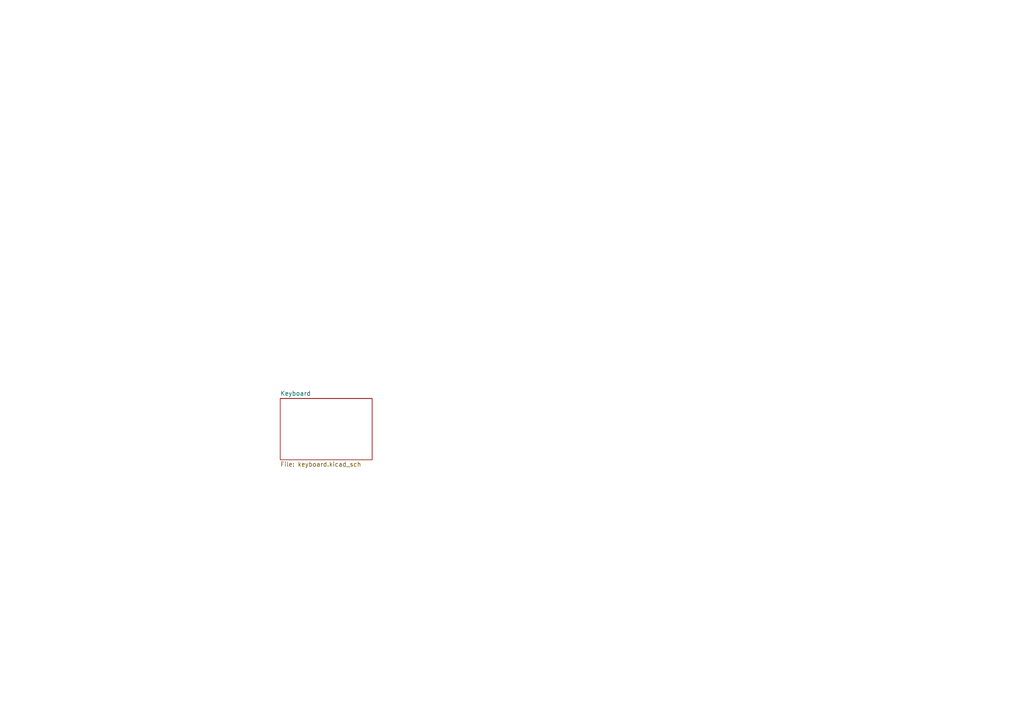
<source format=kicad_sch>
(kicad_sch
	(version 20250114)
	(generator "eeschema")
	(generator_version "9.0")
	(uuid "be9814e9-796f-4a95-8839-623ccd1fcb86")
	(paper "A4")
	(lib_symbols)
	(sheet
		(at 81.28 115.57)
		(size 26.67 17.78)
		(exclude_from_sim no)
		(in_bom yes)
		(on_board yes)
		(dnp no)
		(fields_autoplaced yes)
		(stroke
			(width 0.1524)
			(type solid)
		)
		(fill
			(color 0 0 0 0.0000)
		)
		(uuid "8669effb-e013-4f26-b30f-e844b2a1580e")
		(property "Sheetname" "Keyboard"
			(at 81.28 114.8584 0)
			(effects
				(font
					(size 1.27 1.27)
				)
				(justify left bottom)
			)
		)
		(property "Sheetfile" "keyboard.kicad_sch"
			(at 81.28 133.9346 0)
			(effects
				(font
					(size 1.27 1.27)
				)
				(justify left top)
			)
		)
		(instances
			(project "cx-micro"
				(path "/be9814e9-796f-4a95-8839-623ccd1fcb86"
					(page "3")
				)
			)
		)
	)
	(sheet_instances
		(path "/"
			(page "1")
		)
	)
	(embedded_fonts no)
)

</source>
